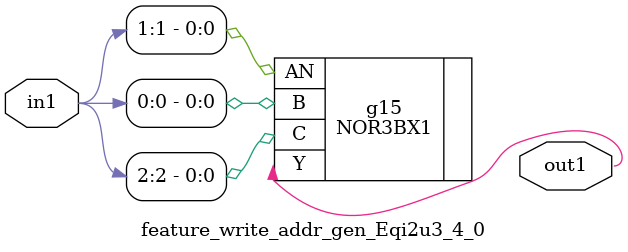
<source format=v>
`timescale 1ps / 1ps


module feature_write_addr_gen_Eqi2u3_4_0(in1, out1);
  input [2:0] in1;
  output out1;
  wire [2:0] in1;
  wire out1;
  NOR3BX1 g15(.AN (in1[1]), .B (in1[0]), .C (in1[2]), .Y (out1));
endmodule



</source>
